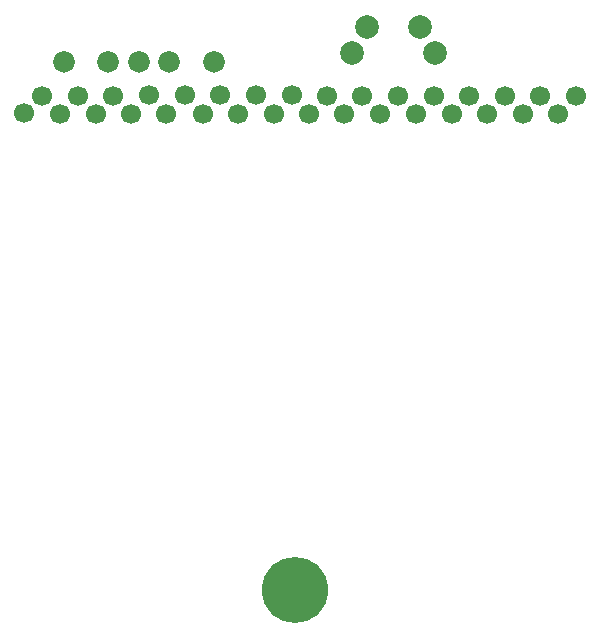
<source format=gbr>
%TF.GenerationSoftware,KiCad,Pcbnew,(6.0.2)*%
%TF.CreationDate,2022-07-14T18:27:25-05:00*%
%TF.ProjectId,REF1222 Optimized,52454631-3232-4322-904f-7074696d697a,rev?*%
%TF.SameCoordinates,Original*%
%TF.FileFunction,Soldermask,Bot*%
%TF.FilePolarity,Negative*%
%FSLAX46Y46*%
G04 Gerber Fmt 4.6, Leading zero omitted, Abs format (unit mm)*
G04 Created by KiCad (PCBNEW (6.0.2)) date 2022-07-14 18:27:25*
%MOMM*%
%LPD*%
G01*
G04 APERTURE LIST*
%ADD10C,1.700000*%
%ADD11C,5.600000*%
%ADD12C,2.000000*%
%ADD13C,1.830000*%
G04 APERTURE END LIST*
D10*
%TO.C,J2*%
X166131000Y-75967000D03*
X164623000Y-77517000D03*
X163155000Y-75962000D03*
X161649000Y-77518000D03*
X160137000Y-75969000D03*
X158633000Y-77518000D03*
X157124000Y-75968000D03*
X155654000Y-77517000D03*
X154111000Y-75969000D03*
X152599000Y-77517000D03*
X151092000Y-75967000D03*
X149583000Y-77517000D03*
X148076000Y-75968000D03*
X146529000Y-77515000D03*
X145099000Y-75967000D03*
X143591000Y-77514000D03*
X142082000Y-75927300D03*
X140573800Y-77514800D03*
X139067000Y-75926000D03*
X137557600Y-77514800D03*
X136051000Y-75929000D03*
X134584000Y-77514000D03*
X133033200Y-75927300D03*
X131484000Y-77514000D03*
X130018000Y-75926000D03*
X128507000Y-77516000D03*
X126996000Y-75964000D03*
X125492000Y-77513000D03*
X124022000Y-75965000D03*
X122518000Y-77517000D03*
X120970000Y-75966000D03*
X119459000Y-77474000D03*
%TD*%
D11*
%TO.C,Hole*%
X142361000Y-117796000D03*
%TD*%
D12*
%TO.C,SW1*%
X147237800Y-72352400D03*
X148511800Y-70168400D03*
X152952800Y-70172400D03*
X154262800Y-72357400D03*
%TD*%
D13*
%TO.C,J3*%
X126564000Y-73107000D03*
X129142000Y-73104000D03*
X131685000Y-73099000D03*
X122791000Y-73105000D03*
X135535000Y-73106000D03*
%TD*%
M02*

</source>
